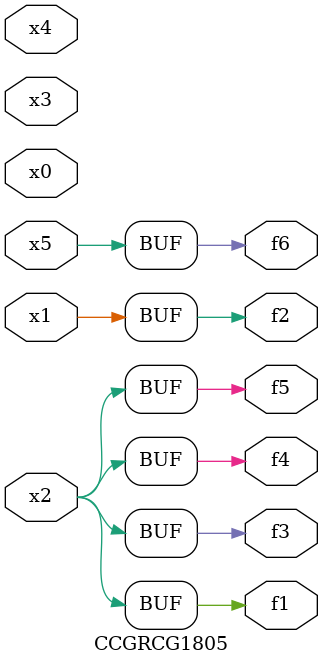
<source format=v>
module CCGRCG1805(
	input x0, x1, x2, x3, x4, x5,
	output f1, f2, f3, f4, f5, f6
);
	assign f1 = x2;
	assign f2 = x1;
	assign f3 = x2;
	assign f4 = x2;
	assign f5 = x2;
	assign f6 = x5;
endmodule

</source>
